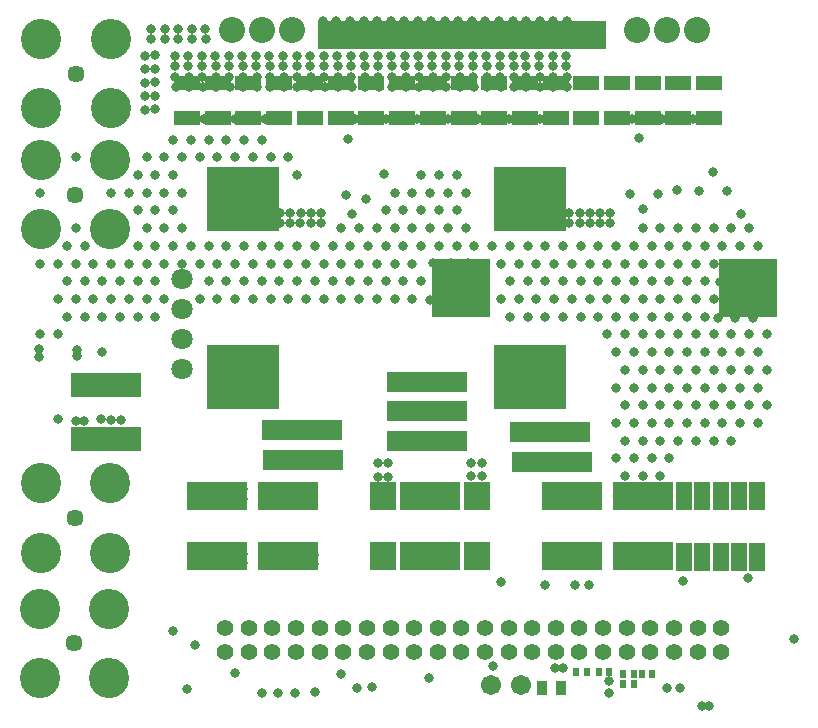
<source format=gts>
G04*
G04 #@! TF.GenerationSoftware,Altium Limited,Altium Designer,22.5.1 (42)*
G04*
G04 Layer_Color=8388736*
%FSLAX25Y25*%
%MOIN*%
G70*
G04*
G04 #@! TF.SameCoordinates,4CCF3D7E-3C4F-46BB-889F-021E08990E68*
G04*
G04*
G04 #@! TF.FilePolarity,Negative*
G04*
G01*
G75*
%ADD15R,0.27165X0.07087*%
%ADD16R,0.96358X0.09350*%
%ADD17R,0.08674X0.04737*%
%ADD18R,0.24422X0.21272*%
%ADD19R,0.19698X0.19698*%
%ADD20R,0.23241X0.07887*%
%ADD21R,0.02375X0.03162*%
%ADD22R,0.03556X0.04737*%
%ADD23R,0.20485X0.09461*%
%ADD24R,0.08674X0.09461*%
%ADD25R,0.05524X0.09461*%
%ADD26C,0.06706*%
%ADD27C,0.08674*%
%ADD28C,0.05524*%
%ADD29C,0.05721*%
%ADD30C,0.13398*%
%ADD31C,0.07099*%
%ADD32C,0.03162*%
D15*
X240945Y385827D02*
D03*
X241043Y376181D02*
D03*
X241097Y366201D02*
D03*
X282239Y368957D02*
D03*
X282731Y359016D02*
D03*
X199902Y359842D02*
D03*
X199409Y369783D02*
D03*
D16*
X252707Y501427D02*
D03*
D17*
X202067Y473622D02*
D03*
X202067Y485433D02*
D03*
X243110Y485433D02*
D03*
Y473622D02*
D03*
X232874Y485433D02*
D03*
Y473622D02*
D03*
X253346Y485433D02*
D03*
Y473622D02*
D03*
X222539Y485433D02*
D03*
Y473622D02*
D03*
X212303Y485433D02*
D03*
Y473622D02*
D03*
X181595Y485433D02*
D03*
Y473622D02*
D03*
X191831Y485433D02*
D03*
Y473622D02*
D03*
X171457Y485433D02*
D03*
Y473622D02*
D03*
X161221Y485433D02*
D03*
X161221Y473622D02*
D03*
X263484Y485433D02*
D03*
X263484Y473622D02*
D03*
X273721Y485433D02*
D03*
Y473622D02*
D03*
X283957Y485433D02*
D03*
X283957Y473622D02*
D03*
X294193Y485433D02*
D03*
Y473622D02*
D03*
X304429Y485433D02*
D03*
Y473622D02*
D03*
X314665Y485433D02*
D03*
X314665Y473622D02*
D03*
X324902Y485433D02*
D03*
X324902Y473622D02*
D03*
X335138Y485433D02*
D03*
Y473622D02*
D03*
D18*
X275590Y446752D02*
D03*
Y387303D02*
D03*
X179921Y387319D02*
D03*
X179921Y446768D02*
D03*
D19*
X348031Y417028D02*
D03*
X252362Y417043D02*
D03*
D20*
X134153Y366732D02*
D03*
Y384842D02*
D03*
D21*
X301870Y288976D02*
D03*
X298327D02*
D03*
X290846D02*
D03*
X294390D02*
D03*
X306496Y288287D02*
D03*
X310039D02*
D03*
X312697Y288386D02*
D03*
X316240D02*
D03*
X310039Y285039D02*
D03*
X306496D02*
D03*
D22*
X279429Y283661D02*
D03*
X285728D02*
D03*
D23*
X242126Y347638D02*
D03*
X194882D02*
D03*
X171260D02*
D03*
X289370D02*
D03*
X312992D02*
D03*
X242126Y327559D02*
D03*
X194882D02*
D03*
X171260D02*
D03*
X289370D02*
D03*
X312991D02*
D03*
D24*
X226378Y347638D02*
D03*
X257874D02*
D03*
X226378Y327559D02*
D03*
X257874D02*
D03*
D25*
X351181Y327440D02*
D03*
X326772D02*
D03*
X332874D02*
D03*
X338976D02*
D03*
X345079D02*
D03*
X351181Y347638D02*
D03*
X338976D02*
D03*
X332874D02*
D03*
X326772D02*
D03*
X345079D02*
D03*
D26*
X272402Y284843D02*
D03*
X262402D02*
D03*
D27*
X176260Y502953D02*
D03*
X186260D02*
D03*
X196260D02*
D03*
X311240D02*
D03*
X321240D02*
D03*
X331240D02*
D03*
D28*
X339173Y303740D02*
D03*
Y295866D02*
D03*
X331299Y303740D02*
D03*
Y295866D02*
D03*
X323425Y303740D02*
D03*
Y295866D02*
D03*
X315551Y303740D02*
D03*
Y295866D02*
D03*
X307677Y303740D02*
D03*
X307677Y295866D02*
D03*
X299803Y303740D02*
D03*
Y295866D02*
D03*
X291929Y303740D02*
D03*
Y295866D02*
D03*
X284055Y303740D02*
D03*
X284055Y295866D02*
D03*
X276181Y303740D02*
D03*
Y295866D02*
D03*
X268307Y303740D02*
D03*
Y295866D02*
D03*
X260433Y303740D02*
D03*
Y295866D02*
D03*
X252559Y303740D02*
D03*
X252559Y295866D02*
D03*
X244685Y303740D02*
D03*
Y295866D02*
D03*
X236811Y303740D02*
D03*
X236811Y295866D02*
D03*
X228937Y303740D02*
D03*
Y295866D02*
D03*
X221063Y303740D02*
D03*
Y295866D02*
D03*
X213189Y303740D02*
D03*
X213189Y295866D02*
D03*
X205315Y303740D02*
D03*
Y295866D02*
D03*
X197441Y303740D02*
D03*
Y295866D02*
D03*
X189567Y303740D02*
D03*
X189567Y295866D02*
D03*
X181693Y303740D02*
D03*
Y295866D02*
D03*
X173819Y303740D02*
D03*
X173819Y295866D02*
D03*
D29*
X124075Y488524D02*
D03*
X123524Y298622D02*
D03*
X123917Y340354D02*
D03*
X123917Y448130D02*
D03*
D30*
X112520Y500079D02*
D03*
X135630D02*
D03*
Y476968D02*
D03*
X112520D02*
D03*
X111969Y287067D02*
D03*
X135079D02*
D03*
Y310177D02*
D03*
X111969D02*
D03*
X112362Y351909D02*
D03*
X135473D02*
D03*
Y328799D02*
D03*
X112362D02*
D03*
X112362Y459685D02*
D03*
X135473D02*
D03*
Y436575D02*
D03*
X112362D02*
D03*
D31*
X159449Y390079D02*
D03*
Y400079D02*
D03*
Y410079D02*
D03*
Y420079D02*
D03*
D32*
X332776Y325394D02*
D03*
X332874Y328937D02*
D03*
X345079Y349803D02*
D03*
X351181Y329035D02*
D03*
X345079Y328839D02*
D03*
X338976Y328740D02*
D03*
X338976Y325446D02*
D03*
X337992Y406988D02*
D03*
X343898D02*
D03*
X340945Y412894D02*
D03*
X349803Y406988D02*
D03*
X346850Y412894D02*
D03*
X352756D02*
D03*
X338878Y418898D02*
D03*
X344783D02*
D03*
X341831Y424803D02*
D03*
X350689Y418898D02*
D03*
X347736Y424803D02*
D03*
X353642D02*
D03*
X242028Y413189D02*
D03*
X247933D02*
D03*
X253839D02*
D03*
X259744D02*
D03*
X246063Y419390D02*
D03*
X243110Y425295D02*
D03*
X251969Y419390D02*
D03*
X249016Y425295D02*
D03*
X257874Y419390D02*
D03*
X254921Y425295D02*
D03*
X354331Y401575D02*
D03*
Y389764D02*
D03*
Y377953D02*
D03*
X348425Y437008D02*
D03*
X351378Y431102D02*
D03*
X348425Y401575D02*
D03*
X351378Y395669D02*
D03*
X348425Y389764D02*
D03*
X351378Y383858D02*
D03*
X348425Y377953D02*
D03*
X351378Y372047D02*
D03*
X342520Y437008D02*
D03*
X345472Y431102D02*
D03*
X342520Y401575D02*
D03*
X345472Y395669D02*
D03*
X342520Y389764D02*
D03*
X345472Y383858D02*
D03*
X342520Y377953D02*
D03*
X345472Y372047D02*
D03*
X342520Y366142D02*
D03*
X336614Y437008D02*
D03*
X339567Y431102D02*
D03*
X336614Y425197D02*
D03*
Y413386D02*
D03*
Y401575D02*
D03*
X339567Y395669D02*
D03*
X336614Y389764D02*
D03*
X339567Y383858D02*
D03*
X336614Y377953D02*
D03*
X339567Y372047D02*
D03*
X336614Y366142D02*
D03*
X330709Y437008D02*
D03*
X333661Y431102D02*
D03*
X330709Y425197D02*
D03*
X333661Y419291D02*
D03*
X330709Y413386D02*
D03*
X333661Y407480D02*
D03*
X330709Y401575D02*
D03*
X333661Y395669D02*
D03*
X330709Y389764D02*
D03*
X333661Y383858D02*
D03*
X330709Y377953D02*
D03*
X333661Y372047D02*
D03*
X330709Y366142D02*
D03*
X324803Y437008D02*
D03*
X327756Y431102D02*
D03*
X324803Y425197D02*
D03*
X327756Y419291D02*
D03*
X324803Y413386D02*
D03*
X327756Y407480D02*
D03*
X324803Y401575D02*
D03*
X327756Y395669D02*
D03*
X324803Y389764D02*
D03*
X327756Y383858D02*
D03*
X324803Y377953D02*
D03*
X327756Y372047D02*
D03*
X324803Y366142D02*
D03*
X318898Y437008D02*
D03*
X321850Y431102D02*
D03*
X318898Y425197D02*
D03*
X321850Y419291D02*
D03*
X318898Y413386D02*
D03*
X321850Y407480D02*
D03*
X318898Y401575D02*
D03*
X321850Y395669D02*
D03*
X318898Y389764D02*
D03*
X321850Y383858D02*
D03*
X318898Y377953D02*
D03*
X321850Y372047D02*
D03*
X318898Y366142D02*
D03*
X321850Y360236D02*
D03*
X318898Y354331D02*
D03*
X312992Y437008D02*
D03*
X315945Y431102D02*
D03*
X312992Y425197D02*
D03*
X315945Y419291D02*
D03*
X312992Y413386D02*
D03*
X315945Y407480D02*
D03*
X312992Y401575D02*
D03*
X315945Y395669D02*
D03*
X312992Y389764D02*
D03*
X315945Y383858D02*
D03*
X312992Y377953D02*
D03*
X315945Y372047D02*
D03*
X312992Y366142D02*
D03*
X315945Y360236D02*
D03*
X312992Y354331D02*
D03*
X310039Y431102D02*
D03*
X307086Y425197D02*
D03*
X310039Y419291D02*
D03*
X307086Y413386D02*
D03*
X310039Y407480D02*
D03*
X307086Y401575D02*
D03*
X310039Y395669D02*
D03*
X307086Y389764D02*
D03*
X310039Y383858D02*
D03*
X307086Y377953D02*
D03*
X310039Y372047D02*
D03*
X307086Y366142D02*
D03*
X310039Y360236D02*
D03*
X307086Y354331D02*
D03*
X304134Y431102D02*
D03*
X301181Y425197D02*
D03*
X304134Y419291D02*
D03*
X301181Y413386D02*
D03*
X304134Y407480D02*
D03*
X301181Y401575D02*
D03*
X304134Y395669D02*
D03*
Y383858D02*
D03*
Y372047D02*
D03*
Y360236D02*
D03*
X298228Y431102D02*
D03*
X295275Y425197D02*
D03*
X298228Y419291D02*
D03*
X295275Y413386D02*
D03*
X298228Y407480D02*
D03*
X292323Y431102D02*
D03*
X289370Y425197D02*
D03*
X292323Y419291D02*
D03*
X289370Y413386D02*
D03*
X292323Y407480D02*
D03*
X286417Y431102D02*
D03*
X283465Y425197D02*
D03*
X286417Y419291D02*
D03*
X283465Y413386D02*
D03*
X286417Y407480D02*
D03*
X280512Y431102D02*
D03*
X277559Y425197D02*
D03*
X280512Y419291D02*
D03*
X277559Y413386D02*
D03*
X280512Y407480D02*
D03*
X274606Y431102D02*
D03*
X271654Y425197D02*
D03*
X274606Y419291D02*
D03*
X271654Y413386D02*
D03*
X274606Y407480D02*
D03*
X268701Y431102D02*
D03*
X265748Y425197D02*
D03*
X268701Y419291D02*
D03*
X265748Y413386D02*
D03*
X268701Y407480D02*
D03*
X262795Y431102D02*
D03*
X253937Y448819D02*
D03*
Y437008D02*
D03*
X256890Y431102D02*
D03*
X250984Y454724D02*
D03*
X248031Y448819D02*
D03*
X250984Y442913D02*
D03*
X248031Y437008D02*
D03*
X250984Y431102D02*
D03*
X245079Y454724D02*
D03*
X242126Y448819D02*
D03*
X245079Y442913D02*
D03*
X242126Y437008D02*
D03*
X245079Y431102D02*
D03*
X239173Y454724D02*
D03*
X236220Y448819D02*
D03*
X239173Y442913D02*
D03*
X236220Y437008D02*
D03*
X239173Y431102D02*
D03*
X236220Y425197D02*
D03*
X239173Y419291D02*
D03*
X236220Y413386D02*
D03*
X230315Y448819D02*
D03*
X233268Y442913D02*
D03*
X230315Y437008D02*
D03*
X233268Y431102D02*
D03*
X230315Y425197D02*
D03*
X233268Y419291D02*
D03*
X230315Y413386D02*
D03*
X227362Y442913D02*
D03*
X224409Y437008D02*
D03*
X227362Y431102D02*
D03*
X224409Y425197D02*
D03*
X227362Y419291D02*
D03*
X224409Y413386D02*
D03*
X218504Y437008D02*
D03*
X221457Y431102D02*
D03*
X218504Y425197D02*
D03*
X221457Y419291D02*
D03*
X218504Y413386D02*
D03*
X212598Y437008D02*
D03*
X215551Y431102D02*
D03*
X212598Y425197D02*
D03*
X215551Y419291D02*
D03*
X212598Y413386D02*
D03*
X209646Y431102D02*
D03*
X206693Y425197D02*
D03*
X209646Y419291D02*
D03*
X206693Y413386D02*
D03*
X203740Y431102D02*
D03*
X200787Y425197D02*
D03*
X203740Y419291D02*
D03*
X200787Y413386D02*
D03*
X194882Y460630D02*
D03*
X197835Y454724D02*
D03*
Y431102D02*
D03*
X194882Y425197D02*
D03*
X197835Y419291D02*
D03*
X194882Y413386D02*
D03*
X188976Y460630D02*
D03*
X191929Y431102D02*
D03*
X188976Y425197D02*
D03*
X191929Y419291D02*
D03*
X188976Y413386D02*
D03*
X186024Y466535D02*
D03*
X183071Y460630D02*
D03*
X186024Y431102D02*
D03*
X183071Y425197D02*
D03*
X186024Y419291D02*
D03*
X183071Y413386D02*
D03*
X180118Y466535D02*
D03*
X177165Y460630D02*
D03*
X180118Y431102D02*
D03*
X177165Y425197D02*
D03*
X180118Y419291D02*
D03*
X177165Y413386D02*
D03*
X174213Y466535D02*
D03*
X171260Y460630D02*
D03*
X174213Y431102D02*
D03*
X171260Y425197D02*
D03*
X174213Y419291D02*
D03*
X171260Y413386D02*
D03*
X168307Y466535D02*
D03*
X165354Y460630D02*
D03*
X168307Y431102D02*
D03*
X165354Y425197D02*
D03*
X168307Y419291D02*
D03*
X165354Y413386D02*
D03*
X162401Y466535D02*
D03*
X159449Y460630D02*
D03*
Y448819D02*
D03*
Y437008D02*
D03*
X162401Y431102D02*
D03*
X159449Y425197D02*
D03*
X156496Y466535D02*
D03*
X153543Y460630D02*
D03*
X156496Y454724D02*
D03*
X153543Y448819D02*
D03*
X156496Y442913D02*
D03*
X153543Y437008D02*
D03*
X156496Y431102D02*
D03*
X153543Y425197D02*
D03*
Y413386D02*
D03*
X147638Y460630D02*
D03*
X150591Y454724D02*
D03*
X147638Y448819D02*
D03*
X150591Y442913D02*
D03*
X147638Y437008D02*
D03*
X150591Y431102D02*
D03*
X147638Y425197D02*
D03*
X150591Y419291D02*
D03*
X147638Y413386D02*
D03*
X150591Y407480D02*
D03*
X144685Y454724D02*
D03*
X141732Y448819D02*
D03*
X144685Y442913D02*
D03*
Y431102D02*
D03*
X141732Y425197D02*
D03*
X144685Y419291D02*
D03*
X141732Y413386D02*
D03*
X144685Y407480D02*
D03*
X135827Y448819D02*
D03*
Y425197D02*
D03*
X138779Y419291D02*
D03*
X135827Y413386D02*
D03*
X138779Y407480D02*
D03*
X129921Y425197D02*
D03*
X132874Y419291D02*
D03*
X129921Y413386D02*
D03*
X132874Y407480D02*
D03*
Y395669D02*
D03*
X124016Y460630D02*
D03*
Y437008D02*
D03*
X126969Y431102D02*
D03*
X124016Y425197D02*
D03*
X126969Y419291D02*
D03*
X124016Y413386D02*
D03*
X126969Y407480D02*
D03*
X121063Y431102D02*
D03*
X118110Y425197D02*
D03*
X121063Y419291D02*
D03*
X118110Y413386D02*
D03*
X121063Y407480D02*
D03*
X118110Y401575D02*
D03*
X112205Y448819D02*
D03*
Y425197D02*
D03*
Y401575D02*
D03*
X202440Y483957D02*
D03*
X202342Y487303D02*
D03*
X348031Y320276D02*
D03*
X326279Y319488D02*
D03*
X325295Y283563D02*
D03*
X363583Y300098D02*
D03*
X320965Y283661D02*
D03*
X301772Y281890D02*
D03*
X217717Y283760D02*
D03*
X203740Y282283D02*
D03*
X197244Y282087D02*
D03*
X191339D02*
D03*
X186122Y282185D02*
D03*
X259449Y358772D02*
D03*
Y354256D02*
D03*
X255906Y358772D02*
D03*
Y354256D02*
D03*
X228248Y358673D02*
D03*
Y354158D02*
D03*
X224705Y358673D02*
D03*
Y354158D02*
D03*
X274016Y491142D02*
D03*
X278531D02*
D03*
X283047D02*
D03*
X287563D02*
D03*
X287464Y494488D02*
D03*
X282949D02*
D03*
X278433D02*
D03*
X273917D02*
D03*
X274114Y487402D02*
D03*
X278630D02*
D03*
X283145D02*
D03*
X287661D02*
D03*
X287760Y484055D02*
D03*
X283244D02*
D03*
X278728D02*
D03*
X274213D02*
D03*
X157283Y483957D02*
D03*
X161799D02*
D03*
X166315D02*
D03*
X170831D02*
D03*
X175346D02*
D03*
X179862D02*
D03*
X184378D02*
D03*
X188893D02*
D03*
X193409D02*
D03*
X197925D02*
D03*
X206956D02*
D03*
X211472D02*
D03*
X220503D02*
D03*
X229534D02*
D03*
X215987D02*
D03*
X234050D02*
D03*
X225019D02*
D03*
X238566D02*
D03*
X243081D02*
D03*
X247597D02*
D03*
X252113D02*
D03*
X256628D02*
D03*
X261144D02*
D03*
X265660D02*
D03*
X270176D02*
D03*
X270077Y487303D02*
D03*
X265561D02*
D03*
X261046D02*
D03*
X256530D02*
D03*
X252014D02*
D03*
X247499D02*
D03*
X242983D02*
D03*
X238467D02*
D03*
X224920D02*
D03*
X233952D02*
D03*
X215889D02*
D03*
X229436D02*
D03*
X220405D02*
D03*
X211373D02*
D03*
X206857D02*
D03*
X197826D02*
D03*
X193310D02*
D03*
X188795D02*
D03*
X184279D02*
D03*
X179763D02*
D03*
X175248D02*
D03*
X170732D02*
D03*
X166216D02*
D03*
X161701D02*
D03*
X157185D02*
D03*
X150394Y476575D02*
D03*
Y481090D02*
D03*
Y485606D02*
D03*
Y490122D02*
D03*
Y494637D02*
D03*
X147047Y494539D02*
D03*
Y490023D02*
D03*
X147047Y485508D02*
D03*
X147047Y480992D02*
D03*
Y476476D02*
D03*
X149213Y500197D02*
D03*
X153728D02*
D03*
X158244D02*
D03*
X162760D02*
D03*
X167275D02*
D03*
X167177Y503543D02*
D03*
X162661D02*
D03*
X158145D02*
D03*
X153630D02*
D03*
X149114D02*
D03*
X206415Y505905D02*
D03*
X210930D02*
D03*
X215446D02*
D03*
X219962D02*
D03*
X224477D02*
D03*
X228993D02*
D03*
X233509D02*
D03*
X238024D02*
D03*
X242540D02*
D03*
X247056D02*
D03*
X251571D02*
D03*
X256087D02*
D03*
X260603D02*
D03*
X269634D02*
D03*
X278665D02*
D03*
X265119D02*
D03*
X283181D02*
D03*
X274150D02*
D03*
X287697D02*
D03*
X206415Y502362D02*
D03*
X210930D02*
D03*
X215446D02*
D03*
X219962D02*
D03*
X224477D02*
D03*
X228993D02*
D03*
X233509D02*
D03*
X238024D02*
D03*
X242540D02*
D03*
X247056D02*
D03*
X251571D02*
D03*
X256087D02*
D03*
X260603D02*
D03*
X269634D02*
D03*
X278665D02*
D03*
X265118D02*
D03*
X283181D02*
D03*
X274150D02*
D03*
X287697D02*
D03*
X206316Y498721D02*
D03*
X210832D02*
D03*
X215348D02*
D03*
X219863D02*
D03*
X224379D02*
D03*
X228895D02*
D03*
X233410D02*
D03*
X237926D02*
D03*
X242442D02*
D03*
X246957D02*
D03*
X251473D02*
D03*
X255989D02*
D03*
X260504D02*
D03*
X269536D02*
D03*
X278567D02*
D03*
X265020D02*
D03*
X283083D02*
D03*
X274051D02*
D03*
X287598D02*
D03*
X156988Y494390D02*
D03*
X161504D02*
D03*
X166019D02*
D03*
X170535D02*
D03*
X175051D02*
D03*
X179567D02*
D03*
X184082D02*
D03*
X188598D02*
D03*
X193114D02*
D03*
X197629D02*
D03*
X202145D02*
D03*
X206661D02*
D03*
X211176D02*
D03*
X220208D02*
D03*
X229239D02*
D03*
X215692D02*
D03*
X233755D02*
D03*
X224723D02*
D03*
X238270D02*
D03*
X242786D02*
D03*
X247302D02*
D03*
X251817D02*
D03*
X256333D02*
D03*
X260849D02*
D03*
X265365D02*
D03*
X269880D02*
D03*
X269979Y491043D02*
D03*
X265463D02*
D03*
X260947D02*
D03*
X256432D02*
D03*
X251916D02*
D03*
X247400D02*
D03*
X242884D02*
D03*
X238369D02*
D03*
X224822D02*
D03*
X233853D02*
D03*
X215791D02*
D03*
X229338D02*
D03*
X220306D02*
D03*
X211275D02*
D03*
X206759D02*
D03*
X202243D02*
D03*
X197728D02*
D03*
X193212D02*
D03*
X188696D02*
D03*
X184181D02*
D03*
X179665D02*
D03*
X175149D02*
D03*
X170634D02*
D03*
X166118D02*
D03*
X161602D02*
D03*
X157087D02*
D03*
X222835Y284055D02*
D03*
X332893Y277756D02*
D03*
X263090Y291142D02*
D03*
X161221Y283268D02*
D03*
X163831Y298056D02*
D03*
X176969Y288681D02*
D03*
X294980Y318110D02*
D03*
X290354D02*
D03*
X280512D02*
D03*
X265748Y318996D02*
D03*
X132185Y368602D02*
D03*
X241634Y287205D02*
D03*
X283858Y290453D02*
D03*
X212500Y288484D02*
D03*
X301673Y286221D02*
D03*
X351181Y325113D02*
D03*
X326772Y349757D02*
D03*
X326772Y346752D02*
D03*
X333169Y349954D02*
D03*
X333169Y346949D02*
D03*
X339075Y349954D02*
D03*
X339075Y346949D02*
D03*
X345177Y346752D02*
D03*
X351181Y349856D02*
D03*
X351181Y346850D02*
D03*
X326772Y328202D02*
D03*
X326772Y325197D02*
D03*
X345079Y325098D02*
D03*
X205709Y442126D02*
D03*
X298764Y442028D02*
D03*
X291961D02*
D03*
X295362D02*
D03*
X288559D02*
D03*
X302165D02*
D03*
X198961Y442126D02*
D03*
X192158D02*
D03*
X195559D02*
D03*
X202362D02*
D03*
X286417Y290453D02*
D03*
X118209Y373524D02*
D03*
X312992Y443504D02*
D03*
X215945Y441732D02*
D03*
X124508Y394291D02*
D03*
X345748Y441851D02*
D03*
X335138Y277756D02*
D03*
X274091Y392173D02*
D03*
X267251D02*
D03*
X280931Y382394D02*
D03*
X274091Y385653D02*
D03*
X277511Y379134D02*
D03*
X267251Y388913D02*
D03*
X270671Y395433D02*
D03*
X280931Y392173D02*
D03*
X270671D02*
D03*
X280931Y385653D02*
D03*
X277511Y388913D02*
D03*
X280931Y395433D02*
D03*
X267251D02*
D03*
X277511Y382394D02*
D03*
X270671Y385653D02*
D03*
X284350Y388913D02*
D03*
X277511Y385653D02*
D03*
Y392173D02*
D03*
X280931Y379134D02*
D03*
X270671D02*
D03*
X267251D02*
D03*
X284350Y395433D02*
D03*
X274091D02*
D03*
Y388913D02*
D03*
Y382394D02*
D03*
X284350D02*
D03*
Y379134D02*
D03*
Y385653D02*
D03*
X270671Y388913D02*
D03*
X280931D02*
D03*
X284350Y392173D02*
D03*
X270671Y382394D02*
D03*
X267251D02*
D03*
X274091Y379134D02*
D03*
X267251Y385653D02*
D03*
X277511Y395433D02*
D03*
X178323Y392272D02*
D03*
X171484D02*
D03*
X185163Y382492D02*
D03*
X178323Y385752D02*
D03*
X181743Y379232D02*
D03*
X171484Y389012D02*
D03*
X174903Y395531D02*
D03*
X185163Y392272D02*
D03*
X174903D02*
D03*
X185163Y385752D02*
D03*
X181743Y389012D02*
D03*
X185163Y395531D02*
D03*
X171484D02*
D03*
X181743Y382492D02*
D03*
X174903Y385752D02*
D03*
X188583Y389012D02*
D03*
X181743Y385752D02*
D03*
Y392272D02*
D03*
X185163Y379232D02*
D03*
X174903D02*
D03*
X171484D02*
D03*
X188583Y395531D02*
D03*
X178323D02*
D03*
Y389012D02*
D03*
Y382492D02*
D03*
X188583D02*
D03*
Y379232D02*
D03*
Y385752D02*
D03*
X174903Y389012D02*
D03*
X185163D02*
D03*
X188583Y392272D02*
D03*
X174903Y382492D02*
D03*
X171484D02*
D03*
X178323Y379232D02*
D03*
X171484Y385752D02*
D03*
X181743Y395531D02*
D03*
X318110Y448228D02*
D03*
X226870Y455020D02*
D03*
X324410Y449606D02*
D03*
X214075Y448221D02*
D03*
X336319Y455807D02*
D03*
X341240Y449409D02*
D03*
X311910Y467028D02*
D03*
X214764Y466634D02*
D03*
X220768Y446654D02*
D03*
X308760Y448228D02*
D03*
X331693Y449409D02*
D03*
X111909Y394193D02*
D03*
X124508Y396358D02*
D03*
X138976Y373130D02*
D03*
X135630D02*
D03*
X132283Y373228D02*
D03*
X126772Y372835D02*
D03*
X124114D02*
D03*
X132087Y365551D02*
D03*
X135335D02*
D03*
X138583D02*
D03*
X138681Y368504D02*
D03*
X135433D02*
D03*
X126575Y384449D02*
D03*
X126673Y387205D02*
D03*
X124016Y384449D02*
D03*
Y387106D02*
D03*
X111811Y396850D02*
D03*
X312742Y473524D02*
D03*
X326309D02*
D03*
X322917D02*
D03*
X309350D02*
D03*
X316134D02*
D03*
X336484D02*
D03*
X329700D02*
D03*
X333092D02*
D03*
X319526D02*
D03*
X278891D02*
D03*
X275454D02*
D03*
X282328D02*
D03*
X285766D02*
D03*
X247955D02*
D03*
X261705D02*
D03*
X258267D02*
D03*
X244518D02*
D03*
X251393D02*
D03*
X272016D02*
D03*
X265142D02*
D03*
X268579D02*
D03*
X254830D02*
D03*
X217020D02*
D03*
X230769D02*
D03*
X227332D02*
D03*
X213583D02*
D03*
X220457D02*
D03*
X241081D02*
D03*
X234206D02*
D03*
X237644D02*
D03*
X223895D02*
D03*
X173561D02*
D03*
X187128D02*
D03*
X183736D02*
D03*
X190519D02*
D03*
X170169D02*
D03*
X163386D02*
D03*
X176953D02*
D03*
X180344D02*
D03*
X166778D02*
D03*
X273992Y451819D02*
D03*
X267153D02*
D03*
X280832Y442039D02*
D03*
X273992Y445299D02*
D03*
X277412Y438779D02*
D03*
X267153Y448559D02*
D03*
X270573Y455079D02*
D03*
X280832Y451819D02*
D03*
X270573D02*
D03*
X280832Y445299D02*
D03*
X277412Y448559D02*
D03*
X280832Y455079D02*
D03*
X267153D02*
D03*
X277412Y442039D02*
D03*
X270573Y445299D02*
D03*
X284252Y448559D02*
D03*
X277412Y445299D02*
D03*
Y451819D02*
D03*
X280832Y438779D02*
D03*
X270573D02*
D03*
X267153D02*
D03*
X284252Y455079D02*
D03*
X273992D02*
D03*
Y448559D02*
D03*
Y442039D02*
D03*
X284252D02*
D03*
Y438779D02*
D03*
Y445299D02*
D03*
X270573Y448559D02*
D03*
X280832D02*
D03*
X284252Y451819D02*
D03*
X270573Y442039D02*
D03*
X267153D02*
D03*
X273992Y438779D02*
D03*
X267153Y445299D02*
D03*
X277412Y455079D02*
D03*
X298764Y438791D02*
D03*
X288559D02*
D03*
X291961D02*
D03*
X295362D02*
D03*
X302165D02*
D03*
X205709Y438693D02*
D03*
X198906D02*
D03*
X195504D02*
D03*
X192103D02*
D03*
X202307D02*
D03*
X180956Y454980D02*
D03*
X170696Y445201D02*
D03*
X177536Y438681D02*
D03*
X170696Y441941D02*
D03*
X174116D02*
D03*
X187795Y451720D02*
D03*
X184376Y448461D02*
D03*
X174116D02*
D03*
X187795Y445201D02*
D03*
Y438681D02*
D03*
Y441941D02*
D03*
X177536D02*
D03*
Y448461D02*
D03*
Y454980D02*
D03*
X187795D02*
D03*
X170696Y438681D02*
D03*
X174116D02*
D03*
X184376D02*
D03*
X180956Y451720D02*
D03*
Y445201D02*
D03*
X187795Y448461D02*
D03*
X174116Y445201D02*
D03*
X180956Y441941D02*
D03*
X170696Y454980D02*
D03*
X184376D02*
D03*
X180956Y448461D02*
D03*
X184376Y445201D02*
D03*
X174116Y451720D02*
D03*
X184376D02*
D03*
X174116Y454980D02*
D03*
X170696Y448461D02*
D03*
X180956Y438681D02*
D03*
X177536Y445201D02*
D03*
X184376Y441941D02*
D03*
X170696Y451720D02*
D03*
X177536D02*
D03*
X156496Y302658D02*
D03*
X304724Y325295D02*
D03*
X307529D02*
D03*
X318750Y328346D02*
D03*
Y325295D02*
D03*
X313140D02*
D03*
X315945Y328346D02*
D03*
X304724D02*
D03*
X321555D02*
D03*
Y325295D02*
D03*
X315945D02*
D03*
X307529Y328346D02*
D03*
X313140D02*
D03*
X310335D02*
D03*
Y325295D02*
D03*
X304626Y346850D02*
D03*
X307431D02*
D03*
X318652Y349902D02*
D03*
Y346850D02*
D03*
X313041D02*
D03*
X315846Y349902D02*
D03*
X304626D02*
D03*
X321457D02*
D03*
Y346850D02*
D03*
X315846D02*
D03*
X307431Y349902D02*
D03*
X313041D02*
D03*
X310236D02*
D03*
Y346850D02*
D03*
X281004Y346752D02*
D03*
X283809D02*
D03*
X295029Y349803D02*
D03*
Y346752D02*
D03*
X289419D02*
D03*
X292224Y349803D02*
D03*
X281004D02*
D03*
X297835D02*
D03*
Y346752D02*
D03*
X292224D02*
D03*
X283809Y349803D02*
D03*
X289419D02*
D03*
X286614D02*
D03*
Y346752D02*
D03*
X281102Y325098D02*
D03*
X283908D02*
D03*
X295128Y328150D02*
D03*
Y325098D02*
D03*
X289518D02*
D03*
X292323Y328150D02*
D03*
X281102D02*
D03*
X297933D02*
D03*
Y325098D02*
D03*
X292323D02*
D03*
X283908Y328150D02*
D03*
X289518D02*
D03*
X286713D02*
D03*
Y325098D02*
D03*
X186516D02*
D03*
X189321D02*
D03*
X200541Y328150D02*
D03*
Y325098D02*
D03*
X194931D02*
D03*
X197736Y328150D02*
D03*
X186516D02*
D03*
X203346D02*
D03*
Y325098D02*
D03*
X197736D02*
D03*
X189321Y328150D02*
D03*
X194931D02*
D03*
X192126D02*
D03*
Y325098D02*
D03*
X162894Y325295D02*
D03*
X165699D02*
D03*
X176919Y328346D02*
D03*
Y325295D02*
D03*
X171309D02*
D03*
X174114Y328346D02*
D03*
X162894D02*
D03*
X179724D02*
D03*
Y325295D02*
D03*
X174114D02*
D03*
X165699Y328346D02*
D03*
X171309D02*
D03*
X168504D02*
D03*
Y325295D02*
D03*
X162894Y346850D02*
D03*
X165699D02*
D03*
X176919Y349902D02*
D03*
Y346850D02*
D03*
X171309D02*
D03*
X174114Y349902D02*
D03*
X162894D02*
D03*
X179724D02*
D03*
Y346850D02*
D03*
X174114D02*
D03*
X165699Y349902D02*
D03*
X171309D02*
D03*
X168504D02*
D03*
Y346850D02*
D03*
X186417D02*
D03*
X189223D02*
D03*
X200443Y349902D02*
D03*
Y346850D02*
D03*
X194833D02*
D03*
X197638Y349902D02*
D03*
X186417D02*
D03*
X203248D02*
D03*
Y346850D02*
D03*
X197638D02*
D03*
X189223Y349902D02*
D03*
X194833D02*
D03*
X192028D02*
D03*
Y346850D02*
D03*
X223721D02*
D03*
X226427D02*
D03*
X223721Y349902D02*
D03*
X226427D02*
D03*
X229134D02*
D03*
Y346850D02*
D03*
X255118Y346752D02*
D03*
X257825D02*
D03*
X255118Y349803D02*
D03*
X257825D02*
D03*
X260531D02*
D03*
Y346752D02*
D03*
Y325197D02*
D03*
Y328248D02*
D03*
X257825D02*
D03*
X255118D02*
D03*
X257825Y325197D02*
D03*
X255118D02*
D03*
X223622Y325394D02*
D03*
X226329D02*
D03*
Y328445D02*
D03*
X229035D02*
D03*
Y325394D02*
D03*
X223622Y328445D02*
D03*
X239272Y346752D02*
D03*
Y349803D02*
D03*
X242077D02*
D03*
X236467D02*
D03*
X244882Y346752D02*
D03*
X250492D02*
D03*
Y349803D02*
D03*
X233661D02*
D03*
X244882D02*
D03*
X242077Y346752D02*
D03*
X247687D02*
D03*
Y349803D02*
D03*
X236467Y346752D02*
D03*
X233661D02*
D03*
X233760Y325197D02*
D03*
X236565D02*
D03*
X247785Y328248D02*
D03*
Y325197D02*
D03*
X242175D02*
D03*
X244980Y328248D02*
D03*
X233760D02*
D03*
X250590D02*
D03*
Y325197D02*
D03*
X244980D02*
D03*
X236565Y328248D02*
D03*
X242175D02*
D03*
X239370D02*
D03*
Y325197D02*
D03*
M02*

</source>
